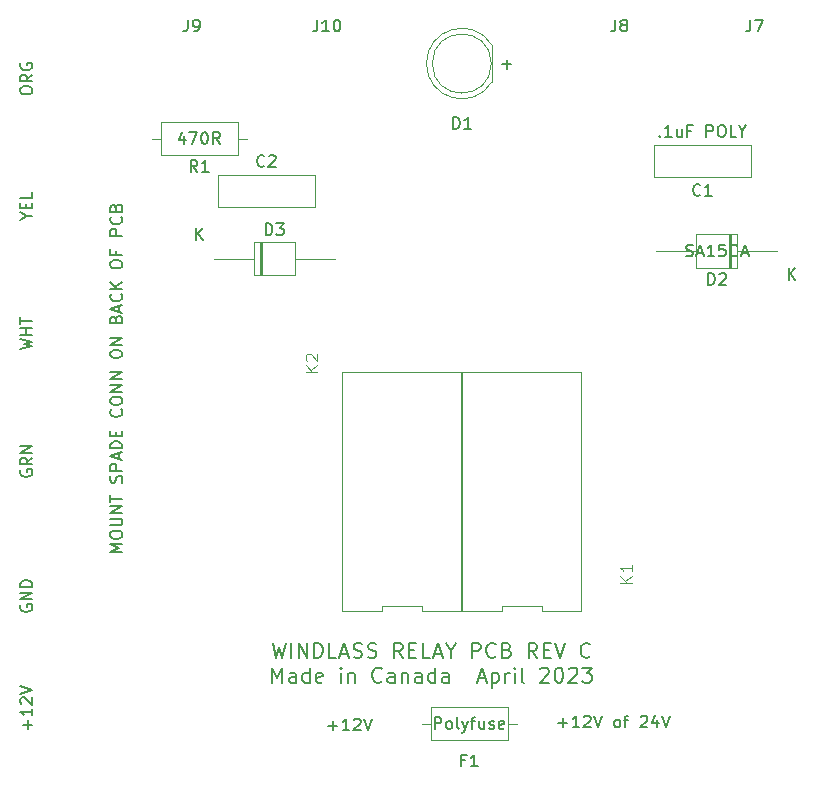
<source format=gbr>
G04 #@! TF.GenerationSoftware,KiCad,Pcbnew,(5.1.9)-1*
G04 #@! TF.CreationDate,2023-04-15T15:35:37-07:00*
G04 #@! TF.ProjectId,RELAYC,52454c41-5943-42e6-9b69-6361645f7063,rev?*
G04 #@! TF.SameCoordinates,Original*
G04 #@! TF.FileFunction,Legend,Top*
G04 #@! TF.FilePolarity,Positive*
%FSLAX46Y46*%
G04 Gerber Fmt 4.6, Leading zero omitted, Abs format (unit mm)*
G04 Created by KiCad (PCBNEW (5.1.9)-1) date 2023-04-15 15:35:37*
%MOMM*%
%LPD*%
G01*
G04 APERTURE LIST*
%ADD10C,0.150000*%
%ADD11C,0.203200*%
%ADD12C,0.177800*%
%ADD13C,0.120000*%
%ADD14C,0.015000*%
G04 APERTURE END LIST*
D10*
X90948095Y-121483428D02*
X91710000Y-121483428D01*
X91329047Y-121864380D02*
X91329047Y-121102476D01*
X92710000Y-121864380D02*
X92138571Y-121864380D01*
X92424285Y-121864380D02*
X92424285Y-120864380D01*
X92329047Y-121007238D01*
X92233809Y-121102476D01*
X92138571Y-121150095D01*
X93090952Y-120959619D02*
X93138571Y-120912000D01*
X93233809Y-120864380D01*
X93471904Y-120864380D01*
X93567142Y-120912000D01*
X93614761Y-120959619D01*
X93662380Y-121054857D01*
X93662380Y-121150095D01*
X93614761Y-121292952D01*
X93043333Y-121864380D01*
X93662380Y-121864380D01*
X93948095Y-120864380D02*
X94281428Y-121864380D01*
X94614761Y-120864380D01*
X110419142Y-121229428D02*
X111181047Y-121229428D01*
X110800095Y-121610380D02*
X110800095Y-120848476D01*
X112181047Y-121610380D02*
X111609619Y-121610380D01*
X111895333Y-121610380D02*
X111895333Y-120610380D01*
X111800095Y-120753238D01*
X111704857Y-120848476D01*
X111609619Y-120896095D01*
X112562000Y-120705619D02*
X112609619Y-120658000D01*
X112704857Y-120610380D01*
X112942952Y-120610380D01*
X113038190Y-120658000D01*
X113085809Y-120705619D01*
X113133428Y-120800857D01*
X113133428Y-120896095D01*
X113085809Y-121038952D01*
X112514380Y-121610380D01*
X113133428Y-121610380D01*
X113419142Y-120610380D02*
X113752476Y-121610380D01*
X114085809Y-120610380D01*
X115323904Y-121610380D02*
X115228666Y-121562761D01*
X115181047Y-121515142D01*
X115133428Y-121419904D01*
X115133428Y-121134190D01*
X115181047Y-121038952D01*
X115228666Y-120991333D01*
X115323904Y-120943714D01*
X115466761Y-120943714D01*
X115562000Y-120991333D01*
X115609619Y-121038952D01*
X115657238Y-121134190D01*
X115657238Y-121419904D01*
X115609619Y-121515142D01*
X115562000Y-121562761D01*
X115466761Y-121610380D01*
X115323904Y-121610380D01*
X115942952Y-120943714D02*
X116323904Y-120943714D01*
X116085809Y-121610380D02*
X116085809Y-120753238D01*
X116133428Y-120658000D01*
X116228666Y-120610380D01*
X116323904Y-120610380D01*
X117371523Y-120705619D02*
X117419142Y-120658000D01*
X117514380Y-120610380D01*
X117752476Y-120610380D01*
X117847714Y-120658000D01*
X117895333Y-120705619D01*
X117942952Y-120800857D01*
X117942952Y-120896095D01*
X117895333Y-121038952D01*
X117323904Y-121610380D01*
X117942952Y-121610380D01*
X118800095Y-120943714D02*
X118800095Y-121610380D01*
X118562000Y-120562761D02*
X118323904Y-121277047D01*
X118942952Y-121277047D01*
X119181047Y-120610380D02*
X119514380Y-121610380D01*
X119847714Y-120610380D01*
X105664047Y-65476428D02*
X106425952Y-65476428D01*
X106045000Y-65857380D02*
X106045000Y-65095476D01*
D11*
X86239047Y-114455423D02*
X86541428Y-115725423D01*
X86783333Y-114818280D01*
X87025238Y-115725423D01*
X87327619Y-114455423D01*
X87811428Y-115725423D02*
X87811428Y-114455423D01*
X88416190Y-115725423D02*
X88416190Y-114455423D01*
X89141904Y-115725423D01*
X89141904Y-114455423D01*
X89746666Y-115725423D02*
X89746666Y-114455423D01*
X90049047Y-114455423D01*
X90230476Y-114515900D01*
X90351428Y-114636852D01*
X90411904Y-114757804D01*
X90472380Y-114999709D01*
X90472380Y-115181138D01*
X90411904Y-115423042D01*
X90351428Y-115543995D01*
X90230476Y-115664947D01*
X90049047Y-115725423D01*
X89746666Y-115725423D01*
X91621428Y-115725423D02*
X91016666Y-115725423D01*
X91016666Y-114455423D01*
X91984285Y-115362566D02*
X92589047Y-115362566D01*
X91863333Y-115725423D02*
X92286666Y-114455423D01*
X92710000Y-115725423D01*
X93072857Y-115664947D02*
X93254285Y-115725423D01*
X93556666Y-115725423D01*
X93677619Y-115664947D01*
X93738095Y-115604471D01*
X93798571Y-115483519D01*
X93798571Y-115362566D01*
X93738095Y-115241614D01*
X93677619Y-115181138D01*
X93556666Y-115120661D01*
X93314761Y-115060185D01*
X93193809Y-114999709D01*
X93133333Y-114939233D01*
X93072857Y-114818280D01*
X93072857Y-114697328D01*
X93133333Y-114576376D01*
X93193809Y-114515900D01*
X93314761Y-114455423D01*
X93617142Y-114455423D01*
X93798571Y-114515900D01*
X94282380Y-115664947D02*
X94463809Y-115725423D01*
X94766190Y-115725423D01*
X94887142Y-115664947D01*
X94947619Y-115604471D01*
X95008095Y-115483519D01*
X95008095Y-115362566D01*
X94947619Y-115241614D01*
X94887142Y-115181138D01*
X94766190Y-115120661D01*
X94524285Y-115060185D01*
X94403333Y-114999709D01*
X94342857Y-114939233D01*
X94282380Y-114818280D01*
X94282380Y-114697328D01*
X94342857Y-114576376D01*
X94403333Y-114515900D01*
X94524285Y-114455423D01*
X94826666Y-114455423D01*
X95008095Y-114515900D01*
X97245714Y-115725423D02*
X96822380Y-115120661D01*
X96520000Y-115725423D02*
X96520000Y-114455423D01*
X97003809Y-114455423D01*
X97124761Y-114515900D01*
X97185238Y-114576376D01*
X97245714Y-114697328D01*
X97245714Y-114878757D01*
X97185238Y-114999709D01*
X97124761Y-115060185D01*
X97003809Y-115120661D01*
X96520000Y-115120661D01*
X97790000Y-115060185D02*
X98213333Y-115060185D01*
X98394761Y-115725423D02*
X97790000Y-115725423D01*
X97790000Y-114455423D01*
X98394761Y-114455423D01*
X99543809Y-115725423D02*
X98939047Y-115725423D01*
X98939047Y-114455423D01*
X99906666Y-115362566D02*
X100511428Y-115362566D01*
X99785714Y-115725423D02*
X100209047Y-114455423D01*
X100632380Y-115725423D01*
X101297619Y-115120661D02*
X101297619Y-115725423D01*
X100874285Y-114455423D02*
X101297619Y-115120661D01*
X101720952Y-114455423D01*
X103111904Y-115725423D02*
X103111904Y-114455423D01*
X103595714Y-114455423D01*
X103716666Y-114515900D01*
X103777142Y-114576376D01*
X103837619Y-114697328D01*
X103837619Y-114878757D01*
X103777142Y-114999709D01*
X103716666Y-115060185D01*
X103595714Y-115120661D01*
X103111904Y-115120661D01*
X105107619Y-115604471D02*
X105047142Y-115664947D01*
X104865714Y-115725423D01*
X104744761Y-115725423D01*
X104563333Y-115664947D01*
X104442380Y-115543995D01*
X104381904Y-115423042D01*
X104321428Y-115181138D01*
X104321428Y-114999709D01*
X104381904Y-114757804D01*
X104442380Y-114636852D01*
X104563333Y-114515900D01*
X104744761Y-114455423D01*
X104865714Y-114455423D01*
X105047142Y-114515900D01*
X105107619Y-114576376D01*
X106075238Y-115060185D02*
X106256666Y-115120661D01*
X106317142Y-115181138D01*
X106377619Y-115302090D01*
X106377619Y-115483519D01*
X106317142Y-115604471D01*
X106256666Y-115664947D01*
X106135714Y-115725423D01*
X105651904Y-115725423D01*
X105651904Y-114455423D01*
X106075238Y-114455423D01*
X106196190Y-114515900D01*
X106256666Y-114576376D01*
X106317142Y-114697328D01*
X106317142Y-114818280D01*
X106256666Y-114939233D01*
X106196190Y-114999709D01*
X106075238Y-115060185D01*
X105651904Y-115060185D01*
X108615238Y-115725423D02*
X108191904Y-115120661D01*
X107889523Y-115725423D02*
X107889523Y-114455423D01*
X108373333Y-114455423D01*
X108494285Y-114515900D01*
X108554761Y-114576376D01*
X108615238Y-114697328D01*
X108615238Y-114878757D01*
X108554761Y-114999709D01*
X108494285Y-115060185D01*
X108373333Y-115120661D01*
X107889523Y-115120661D01*
X109159523Y-115060185D02*
X109582857Y-115060185D01*
X109764285Y-115725423D02*
X109159523Y-115725423D01*
X109159523Y-114455423D01*
X109764285Y-114455423D01*
X110127142Y-114455423D02*
X110550476Y-115725423D01*
X110973809Y-114455423D01*
X113090476Y-115604471D02*
X113030000Y-115664947D01*
X112848571Y-115725423D01*
X112727619Y-115725423D01*
X112546190Y-115664947D01*
X112425238Y-115543995D01*
X112364761Y-115423042D01*
X112304285Y-115181138D01*
X112304285Y-114999709D01*
X112364761Y-114757804D01*
X112425238Y-114636852D01*
X112546190Y-114515900D01*
X112727619Y-114455423D01*
X112848571Y-114455423D01*
X113030000Y-114515900D01*
X113090476Y-114576376D01*
X86208809Y-117833623D02*
X86208809Y-116563623D01*
X86632142Y-117470766D01*
X87055476Y-116563623D01*
X87055476Y-117833623D01*
X88204523Y-117833623D02*
X88204523Y-117168385D01*
X88144047Y-117047433D01*
X88023095Y-116986957D01*
X87781190Y-116986957D01*
X87660238Y-117047433D01*
X88204523Y-117773147D02*
X88083571Y-117833623D01*
X87781190Y-117833623D01*
X87660238Y-117773147D01*
X87599761Y-117652195D01*
X87599761Y-117531242D01*
X87660238Y-117410290D01*
X87781190Y-117349814D01*
X88083571Y-117349814D01*
X88204523Y-117289338D01*
X89353571Y-117833623D02*
X89353571Y-116563623D01*
X89353571Y-117773147D02*
X89232619Y-117833623D01*
X88990714Y-117833623D01*
X88869761Y-117773147D01*
X88809285Y-117712671D01*
X88748809Y-117591719D01*
X88748809Y-117228861D01*
X88809285Y-117107909D01*
X88869761Y-117047433D01*
X88990714Y-116986957D01*
X89232619Y-116986957D01*
X89353571Y-117047433D01*
X90442142Y-117773147D02*
X90321190Y-117833623D01*
X90079285Y-117833623D01*
X89958333Y-117773147D01*
X89897857Y-117652195D01*
X89897857Y-117168385D01*
X89958333Y-117047433D01*
X90079285Y-116986957D01*
X90321190Y-116986957D01*
X90442142Y-117047433D01*
X90502619Y-117168385D01*
X90502619Y-117289338D01*
X89897857Y-117410290D01*
X92014523Y-117833623D02*
X92014523Y-116986957D01*
X92014523Y-116563623D02*
X91954047Y-116624100D01*
X92014523Y-116684576D01*
X92075000Y-116624100D01*
X92014523Y-116563623D01*
X92014523Y-116684576D01*
X92619285Y-116986957D02*
X92619285Y-117833623D01*
X92619285Y-117107909D02*
X92679761Y-117047433D01*
X92800714Y-116986957D01*
X92982142Y-116986957D01*
X93103095Y-117047433D01*
X93163571Y-117168385D01*
X93163571Y-117833623D01*
X95461666Y-117712671D02*
X95401190Y-117773147D01*
X95219761Y-117833623D01*
X95098809Y-117833623D01*
X94917380Y-117773147D01*
X94796428Y-117652195D01*
X94735952Y-117531242D01*
X94675476Y-117289338D01*
X94675476Y-117107909D01*
X94735952Y-116866004D01*
X94796428Y-116745052D01*
X94917380Y-116624100D01*
X95098809Y-116563623D01*
X95219761Y-116563623D01*
X95401190Y-116624100D01*
X95461666Y-116684576D01*
X96550238Y-117833623D02*
X96550238Y-117168385D01*
X96489761Y-117047433D01*
X96368809Y-116986957D01*
X96126904Y-116986957D01*
X96005952Y-117047433D01*
X96550238Y-117773147D02*
X96429285Y-117833623D01*
X96126904Y-117833623D01*
X96005952Y-117773147D01*
X95945476Y-117652195D01*
X95945476Y-117531242D01*
X96005952Y-117410290D01*
X96126904Y-117349814D01*
X96429285Y-117349814D01*
X96550238Y-117289338D01*
X97155000Y-116986957D02*
X97155000Y-117833623D01*
X97155000Y-117107909D02*
X97215476Y-117047433D01*
X97336428Y-116986957D01*
X97517857Y-116986957D01*
X97638809Y-117047433D01*
X97699285Y-117168385D01*
X97699285Y-117833623D01*
X98848333Y-117833623D02*
X98848333Y-117168385D01*
X98787857Y-117047433D01*
X98666904Y-116986957D01*
X98425000Y-116986957D01*
X98304047Y-117047433D01*
X98848333Y-117773147D02*
X98727380Y-117833623D01*
X98425000Y-117833623D01*
X98304047Y-117773147D01*
X98243571Y-117652195D01*
X98243571Y-117531242D01*
X98304047Y-117410290D01*
X98425000Y-117349814D01*
X98727380Y-117349814D01*
X98848333Y-117289338D01*
X99997380Y-117833623D02*
X99997380Y-116563623D01*
X99997380Y-117773147D02*
X99876428Y-117833623D01*
X99634523Y-117833623D01*
X99513571Y-117773147D01*
X99453095Y-117712671D01*
X99392619Y-117591719D01*
X99392619Y-117228861D01*
X99453095Y-117107909D01*
X99513571Y-117047433D01*
X99634523Y-116986957D01*
X99876428Y-116986957D01*
X99997380Y-117047433D01*
X101146428Y-117833623D02*
X101146428Y-117168385D01*
X101085952Y-117047433D01*
X100965000Y-116986957D01*
X100723095Y-116986957D01*
X100602142Y-117047433D01*
X101146428Y-117773147D02*
X101025476Y-117833623D01*
X100723095Y-117833623D01*
X100602142Y-117773147D01*
X100541666Y-117652195D01*
X100541666Y-117531242D01*
X100602142Y-117410290D01*
X100723095Y-117349814D01*
X101025476Y-117349814D01*
X101146428Y-117289338D01*
X103625952Y-117470766D02*
X104230714Y-117470766D01*
X103505000Y-117833623D02*
X103928333Y-116563623D01*
X104351666Y-117833623D01*
X104775000Y-116986957D02*
X104775000Y-118256957D01*
X104775000Y-117047433D02*
X104895952Y-116986957D01*
X105137857Y-116986957D01*
X105258809Y-117047433D01*
X105319285Y-117107909D01*
X105379761Y-117228861D01*
X105379761Y-117591719D01*
X105319285Y-117712671D01*
X105258809Y-117773147D01*
X105137857Y-117833623D01*
X104895952Y-117833623D01*
X104775000Y-117773147D01*
X105924047Y-117833623D02*
X105924047Y-116986957D01*
X105924047Y-117228861D02*
X105984523Y-117107909D01*
X106045000Y-117047433D01*
X106165952Y-116986957D01*
X106286904Y-116986957D01*
X106710238Y-117833623D02*
X106710238Y-116986957D01*
X106710238Y-116563623D02*
X106649761Y-116624100D01*
X106710238Y-116684576D01*
X106770714Y-116624100D01*
X106710238Y-116563623D01*
X106710238Y-116684576D01*
X107496428Y-117833623D02*
X107375476Y-117773147D01*
X107315000Y-117652195D01*
X107315000Y-116563623D01*
X108887380Y-116684576D02*
X108947857Y-116624100D01*
X109068809Y-116563623D01*
X109371190Y-116563623D01*
X109492142Y-116624100D01*
X109552619Y-116684576D01*
X109613095Y-116805528D01*
X109613095Y-116926480D01*
X109552619Y-117107909D01*
X108826904Y-117833623D01*
X109613095Y-117833623D01*
X110399285Y-116563623D02*
X110520238Y-116563623D01*
X110641190Y-116624100D01*
X110701666Y-116684576D01*
X110762142Y-116805528D01*
X110822619Y-117047433D01*
X110822619Y-117349814D01*
X110762142Y-117591719D01*
X110701666Y-117712671D01*
X110641190Y-117773147D01*
X110520238Y-117833623D01*
X110399285Y-117833623D01*
X110278333Y-117773147D01*
X110217857Y-117712671D01*
X110157380Y-117591719D01*
X110096904Y-117349814D01*
X110096904Y-117047433D01*
X110157380Y-116805528D01*
X110217857Y-116684576D01*
X110278333Y-116624100D01*
X110399285Y-116563623D01*
X111306428Y-116684576D02*
X111366904Y-116624100D01*
X111487857Y-116563623D01*
X111790238Y-116563623D01*
X111911190Y-116624100D01*
X111971666Y-116684576D01*
X112032142Y-116805528D01*
X112032142Y-116926480D01*
X111971666Y-117107909D01*
X111245952Y-117833623D01*
X112032142Y-117833623D01*
X112455476Y-116563623D02*
X113241666Y-116563623D01*
X112818333Y-117047433D01*
X112999761Y-117047433D01*
X113120714Y-117107909D01*
X113181190Y-117168385D01*
X113241666Y-117289338D01*
X113241666Y-117591719D01*
X113181190Y-117712671D01*
X113120714Y-117773147D01*
X112999761Y-117833623D01*
X112636904Y-117833623D01*
X112515952Y-117773147D01*
X112455476Y-117712671D01*
D12*
X73484619Y-106734428D02*
X72468619Y-106734428D01*
X73194333Y-106395761D01*
X72468619Y-106057095D01*
X73484619Y-106057095D01*
X72468619Y-105379761D02*
X72468619Y-105186238D01*
X72517000Y-105089476D01*
X72613761Y-104992714D01*
X72807285Y-104944333D01*
X73145952Y-104944333D01*
X73339476Y-104992714D01*
X73436238Y-105089476D01*
X73484619Y-105186238D01*
X73484619Y-105379761D01*
X73436238Y-105476523D01*
X73339476Y-105573285D01*
X73145952Y-105621666D01*
X72807285Y-105621666D01*
X72613761Y-105573285D01*
X72517000Y-105476523D01*
X72468619Y-105379761D01*
X72468619Y-104508904D02*
X73291095Y-104508904D01*
X73387857Y-104460523D01*
X73436238Y-104412142D01*
X73484619Y-104315380D01*
X73484619Y-104121857D01*
X73436238Y-104025095D01*
X73387857Y-103976714D01*
X73291095Y-103928333D01*
X72468619Y-103928333D01*
X73484619Y-103444523D02*
X72468619Y-103444523D01*
X73484619Y-102863952D01*
X72468619Y-102863952D01*
X72468619Y-102525285D02*
X72468619Y-101944714D01*
X73484619Y-102235000D02*
X72468619Y-102235000D01*
X73436238Y-100880333D02*
X73484619Y-100735190D01*
X73484619Y-100493285D01*
X73436238Y-100396523D01*
X73387857Y-100348142D01*
X73291095Y-100299761D01*
X73194333Y-100299761D01*
X73097571Y-100348142D01*
X73049190Y-100396523D01*
X73000809Y-100493285D01*
X72952428Y-100686809D01*
X72904047Y-100783571D01*
X72855666Y-100831952D01*
X72758904Y-100880333D01*
X72662142Y-100880333D01*
X72565380Y-100831952D01*
X72517000Y-100783571D01*
X72468619Y-100686809D01*
X72468619Y-100444904D01*
X72517000Y-100299761D01*
X73484619Y-99864333D02*
X72468619Y-99864333D01*
X72468619Y-99477285D01*
X72517000Y-99380523D01*
X72565380Y-99332142D01*
X72662142Y-99283761D01*
X72807285Y-99283761D01*
X72904047Y-99332142D01*
X72952428Y-99380523D01*
X73000809Y-99477285D01*
X73000809Y-99864333D01*
X73194333Y-98896714D02*
X73194333Y-98412904D01*
X73484619Y-98993476D02*
X72468619Y-98654809D01*
X73484619Y-98316142D01*
X73484619Y-97977476D02*
X72468619Y-97977476D01*
X72468619Y-97735571D01*
X72517000Y-97590428D01*
X72613761Y-97493666D01*
X72710523Y-97445285D01*
X72904047Y-97396904D01*
X73049190Y-97396904D01*
X73242714Y-97445285D01*
X73339476Y-97493666D01*
X73436238Y-97590428D01*
X73484619Y-97735571D01*
X73484619Y-97977476D01*
X72952428Y-96961476D02*
X72952428Y-96622809D01*
X73484619Y-96477666D02*
X73484619Y-96961476D01*
X72468619Y-96961476D01*
X72468619Y-96477666D01*
X73387857Y-94687571D02*
X73436238Y-94735952D01*
X73484619Y-94881095D01*
X73484619Y-94977857D01*
X73436238Y-95123000D01*
X73339476Y-95219761D01*
X73242714Y-95268142D01*
X73049190Y-95316523D01*
X72904047Y-95316523D01*
X72710523Y-95268142D01*
X72613761Y-95219761D01*
X72517000Y-95123000D01*
X72468619Y-94977857D01*
X72468619Y-94881095D01*
X72517000Y-94735952D01*
X72565380Y-94687571D01*
X72468619Y-94058619D02*
X72468619Y-93865095D01*
X72517000Y-93768333D01*
X72613761Y-93671571D01*
X72807285Y-93623190D01*
X73145952Y-93623190D01*
X73339476Y-93671571D01*
X73436238Y-93768333D01*
X73484619Y-93865095D01*
X73484619Y-94058619D01*
X73436238Y-94155380D01*
X73339476Y-94252142D01*
X73145952Y-94300523D01*
X72807285Y-94300523D01*
X72613761Y-94252142D01*
X72517000Y-94155380D01*
X72468619Y-94058619D01*
X73484619Y-93187761D02*
X72468619Y-93187761D01*
X73484619Y-92607190D01*
X72468619Y-92607190D01*
X73484619Y-92123380D02*
X72468619Y-92123380D01*
X73484619Y-91542809D01*
X72468619Y-91542809D01*
X72468619Y-90091380D02*
X72468619Y-89897857D01*
X72517000Y-89801095D01*
X72613761Y-89704333D01*
X72807285Y-89655952D01*
X73145952Y-89655952D01*
X73339476Y-89704333D01*
X73436238Y-89801095D01*
X73484619Y-89897857D01*
X73484619Y-90091380D01*
X73436238Y-90188142D01*
X73339476Y-90284904D01*
X73145952Y-90333285D01*
X72807285Y-90333285D01*
X72613761Y-90284904D01*
X72517000Y-90188142D01*
X72468619Y-90091380D01*
X73484619Y-89220523D02*
X72468619Y-89220523D01*
X73484619Y-88639952D01*
X72468619Y-88639952D01*
X72952428Y-87043380D02*
X73000809Y-86898238D01*
X73049190Y-86849857D01*
X73145952Y-86801476D01*
X73291095Y-86801476D01*
X73387857Y-86849857D01*
X73436238Y-86898238D01*
X73484619Y-86995000D01*
X73484619Y-87382047D01*
X72468619Y-87382047D01*
X72468619Y-87043380D01*
X72517000Y-86946619D01*
X72565380Y-86898238D01*
X72662142Y-86849857D01*
X72758904Y-86849857D01*
X72855666Y-86898238D01*
X72904047Y-86946619D01*
X72952428Y-87043380D01*
X72952428Y-87382047D01*
X73194333Y-86414428D02*
X73194333Y-85930619D01*
X73484619Y-86511190D02*
X72468619Y-86172523D01*
X73484619Y-85833857D01*
X73387857Y-84914619D02*
X73436238Y-84963000D01*
X73484619Y-85108142D01*
X73484619Y-85204904D01*
X73436238Y-85350047D01*
X73339476Y-85446809D01*
X73242714Y-85495190D01*
X73049190Y-85543571D01*
X72904047Y-85543571D01*
X72710523Y-85495190D01*
X72613761Y-85446809D01*
X72517000Y-85350047D01*
X72468619Y-85204904D01*
X72468619Y-85108142D01*
X72517000Y-84963000D01*
X72565380Y-84914619D01*
X73484619Y-84479190D02*
X72468619Y-84479190D01*
X73484619Y-83898619D02*
X72904047Y-84334047D01*
X72468619Y-83898619D02*
X73049190Y-84479190D01*
X72468619Y-82495571D02*
X72468619Y-82302047D01*
X72517000Y-82205285D01*
X72613761Y-82108523D01*
X72807285Y-82060142D01*
X73145952Y-82060142D01*
X73339476Y-82108523D01*
X73436238Y-82205285D01*
X73484619Y-82302047D01*
X73484619Y-82495571D01*
X73436238Y-82592333D01*
X73339476Y-82689095D01*
X73145952Y-82737476D01*
X72807285Y-82737476D01*
X72613761Y-82689095D01*
X72517000Y-82592333D01*
X72468619Y-82495571D01*
X72952428Y-81286047D02*
X72952428Y-81624714D01*
X73484619Y-81624714D02*
X72468619Y-81624714D01*
X72468619Y-81140904D01*
X73484619Y-79979761D02*
X72468619Y-79979761D01*
X72468619Y-79592714D01*
X72517000Y-79495952D01*
X72565380Y-79447571D01*
X72662142Y-79399190D01*
X72807285Y-79399190D01*
X72904047Y-79447571D01*
X72952428Y-79495952D01*
X73000809Y-79592714D01*
X73000809Y-79979761D01*
X73387857Y-78383190D02*
X73436238Y-78431571D01*
X73484619Y-78576714D01*
X73484619Y-78673476D01*
X73436238Y-78818619D01*
X73339476Y-78915380D01*
X73242714Y-78963761D01*
X73049190Y-79012142D01*
X72904047Y-79012142D01*
X72710523Y-78963761D01*
X72613761Y-78915380D01*
X72517000Y-78818619D01*
X72468619Y-78673476D01*
X72468619Y-78576714D01*
X72517000Y-78431571D01*
X72565380Y-78383190D01*
X72952428Y-77609095D02*
X73000809Y-77463952D01*
X73049190Y-77415571D01*
X73145952Y-77367190D01*
X73291095Y-77367190D01*
X73387857Y-77415571D01*
X73436238Y-77463952D01*
X73484619Y-77560714D01*
X73484619Y-77947761D01*
X72468619Y-77947761D01*
X72468619Y-77609095D01*
X72517000Y-77512333D01*
X72565380Y-77463952D01*
X72662142Y-77415571D01*
X72758904Y-77415571D01*
X72855666Y-77463952D01*
X72904047Y-77512333D01*
X72952428Y-77609095D01*
X72952428Y-77947761D01*
D13*
X85120000Y-80495000D02*
X85120000Y-83335000D01*
X85360000Y-80495000D02*
X85360000Y-83335000D01*
X85240000Y-80495000D02*
X85240000Y-83335000D01*
X91470000Y-81915000D02*
X88080000Y-81915000D01*
X81250000Y-81915000D02*
X84640000Y-81915000D01*
X88080000Y-80495000D02*
X84640000Y-80495000D01*
X88080000Y-83335000D02*
X88080000Y-80495000D01*
X84640000Y-83335000D02*
X88080000Y-83335000D01*
X84640000Y-80495000D02*
X84640000Y-83335000D01*
X89805000Y-74830000D02*
X89805000Y-77570000D01*
X81565000Y-74830000D02*
X81565000Y-77570000D01*
X81565000Y-77570000D02*
X89805000Y-77570000D01*
X81565000Y-74830000D02*
X89805000Y-74830000D01*
X83280000Y-73125000D02*
X83280000Y-70385000D01*
X83280000Y-70385000D02*
X76740000Y-70385000D01*
X76740000Y-70385000D02*
X76740000Y-73125000D01*
X76740000Y-73125000D02*
X83280000Y-73125000D01*
X84050000Y-71755000D02*
X83280000Y-71755000D01*
X75970000Y-71755000D02*
X76740000Y-71755000D01*
X99600000Y-119915000D02*
X99600000Y-122655000D01*
X99600000Y-122655000D02*
X106140000Y-122655000D01*
X106140000Y-122655000D02*
X106140000Y-119915000D01*
X106140000Y-119915000D02*
X99600000Y-119915000D01*
X98830000Y-121285000D02*
X99600000Y-121285000D01*
X106910000Y-121285000D02*
X106140000Y-121285000D01*
X125545000Y-82700000D02*
X125545000Y-79860000D01*
X125545000Y-79860000D02*
X122105000Y-79860000D01*
X122105000Y-79860000D02*
X122105000Y-82700000D01*
X122105000Y-82700000D02*
X125545000Y-82700000D01*
X128935000Y-81280000D02*
X125545000Y-81280000D01*
X118715000Y-81280000D02*
X122105000Y-81280000D01*
X124945000Y-82700000D02*
X124945000Y-79860000D01*
X124825000Y-82700000D02*
X124825000Y-79860000D01*
X125065000Y-82700000D02*
X125065000Y-79860000D01*
X104735000Y-65405000D02*
G75*
G03*
X104735000Y-65405000I-2500000J0D01*
G01*
X104795000Y-66950000D02*
X104795000Y-63860000D01*
X99245000Y-65404538D02*
G75*
G03*
X104795000Y-66949830I2990000J-462D01*
G01*
X99245000Y-65405462D02*
G75*
G02*
X104795000Y-63860170I2990000J462D01*
G01*
X126715000Y-75030000D02*
X118475000Y-75030000D01*
X126715000Y-72290000D02*
X118475000Y-72290000D01*
X126715000Y-75030000D02*
X126715000Y-72290000D01*
X118475000Y-75030000D02*
X118475000Y-72290000D01*
X108994999Y-111720000D02*
X112354999Y-111720000D01*
X108994999Y-111360000D02*
X108994999Y-111720000D01*
X105635000Y-111360000D02*
X108994999Y-111360000D01*
X105635000Y-111720000D02*
X105635000Y-111360000D01*
X102275000Y-111720000D02*
X105635000Y-111720000D01*
X102275001Y-91480000D02*
X102275000Y-111720000D01*
X112355000Y-91480000D02*
X102275001Y-91480000D01*
X112354999Y-111720000D02*
X112355000Y-91480000D01*
X102194999Y-111720000D02*
X102195000Y-91480000D01*
X102195000Y-91480000D02*
X92115001Y-91480000D01*
X92115001Y-91480000D02*
X92115000Y-111720000D01*
X92115000Y-111720000D02*
X95475000Y-111720000D01*
X95475000Y-111720000D02*
X95475000Y-111360000D01*
X95475000Y-111360000D02*
X98834999Y-111360000D01*
X98834999Y-111360000D02*
X98834999Y-111720000D01*
X98834999Y-111720000D02*
X102194999Y-111720000D01*
D10*
X126666666Y-61682380D02*
X126666666Y-62396666D01*
X126619047Y-62539523D01*
X126523809Y-62634761D01*
X126380952Y-62682380D01*
X126285714Y-62682380D01*
X127047619Y-61682380D02*
X127714285Y-61682380D01*
X127285714Y-62682380D01*
X115236666Y-61682380D02*
X115236666Y-62396666D01*
X115189047Y-62539523D01*
X115093809Y-62634761D01*
X114950952Y-62682380D01*
X114855714Y-62682380D01*
X115855714Y-62110952D02*
X115760476Y-62063333D01*
X115712857Y-62015714D01*
X115665238Y-61920476D01*
X115665238Y-61872857D01*
X115712857Y-61777619D01*
X115760476Y-61730000D01*
X115855714Y-61682380D01*
X116046190Y-61682380D01*
X116141428Y-61730000D01*
X116189047Y-61777619D01*
X116236666Y-61872857D01*
X116236666Y-61920476D01*
X116189047Y-62015714D01*
X116141428Y-62063333D01*
X116046190Y-62110952D01*
X115855714Y-62110952D01*
X115760476Y-62158571D01*
X115712857Y-62206190D01*
X115665238Y-62301428D01*
X115665238Y-62491904D01*
X115712857Y-62587142D01*
X115760476Y-62634761D01*
X115855714Y-62682380D01*
X116046190Y-62682380D01*
X116141428Y-62634761D01*
X116189047Y-62587142D01*
X116236666Y-62491904D01*
X116236666Y-62301428D01*
X116189047Y-62206190D01*
X116141428Y-62158571D01*
X116046190Y-62110952D01*
X89995476Y-61682380D02*
X89995476Y-62396666D01*
X89947857Y-62539523D01*
X89852619Y-62634761D01*
X89709761Y-62682380D01*
X89614523Y-62682380D01*
X90995476Y-62682380D02*
X90424047Y-62682380D01*
X90709761Y-62682380D02*
X90709761Y-61682380D01*
X90614523Y-61825238D01*
X90519285Y-61920476D01*
X90424047Y-61968095D01*
X91614523Y-61682380D02*
X91709761Y-61682380D01*
X91805000Y-61730000D01*
X91852619Y-61777619D01*
X91900238Y-61872857D01*
X91947857Y-62063333D01*
X91947857Y-62301428D01*
X91900238Y-62491904D01*
X91852619Y-62587142D01*
X91805000Y-62634761D01*
X91709761Y-62682380D01*
X91614523Y-62682380D01*
X91519285Y-62634761D01*
X91471666Y-62587142D01*
X91424047Y-62491904D01*
X91376428Y-62301428D01*
X91376428Y-62063333D01*
X91424047Y-61872857D01*
X91471666Y-61777619D01*
X91519285Y-61730000D01*
X91614523Y-61682380D01*
X79041666Y-61682380D02*
X79041666Y-62396666D01*
X78994047Y-62539523D01*
X78898809Y-62634761D01*
X78755952Y-62682380D01*
X78660714Y-62682380D01*
X79565476Y-62682380D02*
X79755952Y-62682380D01*
X79851190Y-62634761D01*
X79898809Y-62587142D01*
X79994047Y-62444285D01*
X80041666Y-62253809D01*
X80041666Y-61872857D01*
X79994047Y-61777619D01*
X79946428Y-61730000D01*
X79851190Y-61682380D01*
X79660714Y-61682380D01*
X79565476Y-61730000D01*
X79517857Y-61777619D01*
X79470238Y-61872857D01*
X79470238Y-62110952D01*
X79517857Y-62206190D01*
X79565476Y-62253809D01*
X79660714Y-62301428D01*
X79851190Y-62301428D01*
X79946428Y-62253809D01*
X79994047Y-62206190D01*
X80041666Y-62110952D01*
X65476428Y-121776904D02*
X65476428Y-121015000D01*
X65857380Y-121395952D02*
X65095476Y-121395952D01*
X65857380Y-120015000D02*
X65857380Y-120586428D01*
X65857380Y-120300714D02*
X64857380Y-120300714D01*
X65000238Y-120395952D01*
X65095476Y-120491190D01*
X65143095Y-120586428D01*
X64952619Y-119634047D02*
X64905000Y-119586428D01*
X64857380Y-119491190D01*
X64857380Y-119253095D01*
X64905000Y-119157857D01*
X64952619Y-119110238D01*
X65047857Y-119062619D01*
X65143095Y-119062619D01*
X65285952Y-119110238D01*
X65857380Y-119681666D01*
X65857380Y-119062619D01*
X64857380Y-118776904D02*
X65857380Y-118443571D01*
X64857380Y-118110238D01*
X64905000Y-111251904D02*
X64857380Y-111347142D01*
X64857380Y-111490000D01*
X64905000Y-111632857D01*
X65000238Y-111728095D01*
X65095476Y-111775714D01*
X65285952Y-111823333D01*
X65428809Y-111823333D01*
X65619285Y-111775714D01*
X65714523Y-111728095D01*
X65809761Y-111632857D01*
X65857380Y-111490000D01*
X65857380Y-111394761D01*
X65809761Y-111251904D01*
X65762142Y-111204285D01*
X65428809Y-111204285D01*
X65428809Y-111394761D01*
X65857380Y-110775714D02*
X64857380Y-110775714D01*
X65857380Y-110204285D01*
X64857380Y-110204285D01*
X65857380Y-109728095D02*
X64857380Y-109728095D01*
X64857380Y-109490000D01*
X64905000Y-109347142D01*
X65000238Y-109251904D01*
X65095476Y-109204285D01*
X65285952Y-109156666D01*
X65428809Y-109156666D01*
X65619285Y-109204285D01*
X65714523Y-109251904D01*
X65809761Y-109347142D01*
X65857380Y-109490000D01*
X65857380Y-109728095D01*
X64905000Y-99821904D02*
X64857380Y-99917142D01*
X64857380Y-100060000D01*
X64905000Y-100202857D01*
X65000238Y-100298095D01*
X65095476Y-100345714D01*
X65285952Y-100393333D01*
X65428809Y-100393333D01*
X65619285Y-100345714D01*
X65714523Y-100298095D01*
X65809761Y-100202857D01*
X65857380Y-100060000D01*
X65857380Y-99964761D01*
X65809761Y-99821904D01*
X65762142Y-99774285D01*
X65428809Y-99774285D01*
X65428809Y-99964761D01*
X65857380Y-98774285D02*
X65381190Y-99107619D01*
X65857380Y-99345714D02*
X64857380Y-99345714D01*
X64857380Y-98964761D01*
X64905000Y-98869523D01*
X64952619Y-98821904D01*
X65047857Y-98774285D01*
X65190714Y-98774285D01*
X65285952Y-98821904D01*
X65333571Y-98869523D01*
X65381190Y-98964761D01*
X65381190Y-99345714D01*
X65857380Y-98345714D02*
X64857380Y-98345714D01*
X65857380Y-97774285D01*
X64857380Y-97774285D01*
X64857380Y-89598333D02*
X65857380Y-89360238D01*
X65143095Y-89169761D01*
X65857380Y-88979285D01*
X64857380Y-88741190D01*
X65857380Y-88360238D02*
X64857380Y-88360238D01*
X65333571Y-88360238D02*
X65333571Y-87788809D01*
X65857380Y-87788809D02*
X64857380Y-87788809D01*
X64857380Y-87455476D02*
X64857380Y-86884047D01*
X65857380Y-87169761D02*
X64857380Y-87169761D01*
X65381190Y-78327142D02*
X65857380Y-78327142D01*
X64857380Y-78660476D02*
X65381190Y-78327142D01*
X64857380Y-77993809D01*
X65333571Y-77660476D02*
X65333571Y-77327142D01*
X65857380Y-77184285D02*
X65857380Y-77660476D01*
X64857380Y-77660476D01*
X64857380Y-77184285D01*
X65857380Y-76279523D02*
X65857380Y-76755714D01*
X64857380Y-76755714D01*
X64857380Y-67770238D02*
X64857380Y-67579761D01*
X64905000Y-67484523D01*
X65000238Y-67389285D01*
X65190714Y-67341666D01*
X65524047Y-67341666D01*
X65714523Y-67389285D01*
X65809761Y-67484523D01*
X65857380Y-67579761D01*
X65857380Y-67770238D01*
X65809761Y-67865476D01*
X65714523Y-67960714D01*
X65524047Y-68008333D01*
X65190714Y-68008333D01*
X65000238Y-67960714D01*
X64905000Y-67865476D01*
X64857380Y-67770238D01*
X65857380Y-66341666D02*
X65381190Y-66675000D01*
X65857380Y-66913095D02*
X64857380Y-66913095D01*
X64857380Y-66532142D01*
X64905000Y-66436904D01*
X64952619Y-66389285D01*
X65047857Y-66341666D01*
X65190714Y-66341666D01*
X65285952Y-66389285D01*
X65333571Y-66436904D01*
X65381190Y-66532142D01*
X65381190Y-66913095D01*
X64905000Y-65389285D02*
X64857380Y-65484523D01*
X64857380Y-65627380D01*
X64905000Y-65770238D01*
X65000238Y-65865476D01*
X65095476Y-65913095D01*
X65285952Y-65960714D01*
X65428809Y-65960714D01*
X65619285Y-65913095D01*
X65714523Y-65865476D01*
X65809761Y-65770238D01*
X65857380Y-65627380D01*
X65857380Y-65532142D01*
X65809761Y-65389285D01*
X65762142Y-65341666D01*
X65428809Y-65341666D01*
X65428809Y-65532142D01*
D14*
X90004854Y-91505596D02*
X89004547Y-91505596D01*
X90004854Y-90933992D02*
X89433250Y-91362695D01*
X89004547Y-90933992D02*
X89576151Y-91505596D01*
X89099815Y-90552923D02*
X89052181Y-90505289D01*
X89004547Y-90410022D01*
X89004547Y-90171854D01*
X89052181Y-90076586D01*
X89099815Y-90028953D01*
X89195082Y-89981319D01*
X89290349Y-89981319D01*
X89433250Y-90028953D01*
X90004854Y-90600557D01*
X90004854Y-89981319D01*
D10*
X85621904Y-79947380D02*
X85621904Y-78947380D01*
X85860000Y-78947380D01*
X86002857Y-78995000D01*
X86098095Y-79090238D01*
X86145714Y-79185476D01*
X86193333Y-79375952D01*
X86193333Y-79518809D01*
X86145714Y-79709285D01*
X86098095Y-79804523D01*
X86002857Y-79899761D01*
X85860000Y-79947380D01*
X85621904Y-79947380D01*
X86526666Y-78947380D02*
X87145714Y-78947380D01*
X86812380Y-79328333D01*
X86955238Y-79328333D01*
X87050476Y-79375952D01*
X87098095Y-79423571D01*
X87145714Y-79518809D01*
X87145714Y-79756904D01*
X87098095Y-79852142D01*
X87050476Y-79899761D01*
X86955238Y-79947380D01*
X86669523Y-79947380D01*
X86574285Y-79899761D01*
X86526666Y-79852142D01*
X79748095Y-80367380D02*
X79748095Y-79367380D01*
X80319523Y-80367380D02*
X79890952Y-79795952D01*
X80319523Y-79367380D02*
X79748095Y-79938809D01*
X85518333Y-74057142D02*
X85470714Y-74104761D01*
X85327857Y-74152380D01*
X85232619Y-74152380D01*
X85089761Y-74104761D01*
X84994523Y-74009523D01*
X84946904Y-73914285D01*
X84899285Y-73723809D01*
X84899285Y-73580952D01*
X84946904Y-73390476D01*
X84994523Y-73295238D01*
X85089761Y-73200000D01*
X85232619Y-73152380D01*
X85327857Y-73152380D01*
X85470714Y-73200000D01*
X85518333Y-73247619D01*
X85899285Y-73247619D02*
X85946904Y-73200000D01*
X86042142Y-73152380D01*
X86280238Y-73152380D01*
X86375476Y-73200000D01*
X86423095Y-73247619D01*
X86470714Y-73342857D01*
X86470714Y-73438095D01*
X86423095Y-73580952D01*
X85851666Y-74152380D01*
X86470714Y-74152380D01*
D14*
X116640184Y-109361046D02*
X115639877Y-109361046D01*
X116640184Y-108789442D02*
X116068580Y-109218145D01*
X115639877Y-108789442D02*
X116211481Y-109361046D01*
X116640184Y-107836769D02*
X116640184Y-108408373D01*
X116640184Y-108122571D02*
X115639877Y-108122571D01*
X115782778Y-108217838D01*
X115878046Y-108313106D01*
X115925679Y-108408373D01*
D10*
X79843333Y-74577380D02*
X79510000Y-74101190D01*
X79271904Y-74577380D02*
X79271904Y-73577380D01*
X79652857Y-73577380D01*
X79748095Y-73625000D01*
X79795714Y-73672619D01*
X79843333Y-73767857D01*
X79843333Y-73910714D01*
X79795714Y-74005952D01*
X79748095Y-74053571D01*
X79652857Y-74101190D01*
X79271904Y-74101190D01*
X80795714Y-74577380D02*
X80224285Y-74577380D01*
X80510000Y-74577380D02*
X80510000Y-73577380D01*
X80414761Y-73720238D01*
X80319523Y-73815476D01*
X80224285Y-73863095D01*
X78748095Y-71540714D02*
X78748095Y-72207380D01*
X78510000Y-71159761D02*
X78271904Y-71874047D01*
X78890952Y-71874047D01*
X79176666Y-71207380D02*
X79843333Y-71207380D01*
X79414761Y-72207380D01*
X80414761Y-71207380D02*
X80510000Y-71207380D01*
X80605238Y-71255000D01*
X80652857Y-71302619D01*
X80700476Y-71397857D01*
X80748095Y-71588333D01*
X80748095Y-71826428D01*
X80700476Y-72016904D01*
X80652857Y-72112142D01*
X80605238Y-72159761D01*
X80510000Y-72207380D01*
X80414761Y-72207380D01*
X80319523Y-72159761D01*
X80271904Y-72112142D01*
X80224285Y-72016904D01*
X80176666Y-71826428D01*
X80176666Y-71588333D01*
X80224285Y-71397857D01*
X80271904Y-71302619D01*
X80319523Y-71255000D01*
X80414761Y-71207380D01*
X81748095Y-72207380D02*
X81414761Y-71731190D01*
X81176666Y-72207380D02*
X81176666Y-71207380D01*
X81557619Y-71207380D01*
X81652857Y-71255000D01*
X81700476Y-71302619D01*
X81748095Y-71397857D01*
X81748095Y-71540714D01*
X81700476Y-71635952D01*
X81652857Y-71683571D01*
X81557619Y-71731190D01*
X81176666Y-71731190D01*
X102536666Y-124388571D02*
X102203333Y-124388571D01*
X102203333Y-124912380D02*
X102203333Y-123912380D01*
X102679523Y-123912380D01*
X103584285Y-124912380D02*
X103012857Y-124912380D01*
X103298571Y-124912380D02*
X103298571Y-123912380D01*
X103203333Y-124055238D01*
X103108095Y-124150476D01*
X103012857Y-124198095D01*
X99941428Y-121737380D02*
X99941428Y-120737380D01*
X100322380Y-120737380D01*
X100417619Y-120785000D01*
X100465238Y-120832619D01*
X100512857Y-120927857D01*
X100512857Y-121070714D01*
X100465238Y-121165952D01*
X100417619Y-121213571D01*
X100322380Y-121261190D01*
X99941428Y-121261190D01*
X101084285Y-121737380D02*
X100989047Y-121689761D01*
X100941428Y-121642142D01*
X100893809Y-121546904D01*
X100893809Y-121261190D01*
X100941428Y-121165952D01*
X100989047Y-121118333D01*
X101084285Y-121070714D01*
X101227142Y-121070714D01*
X101322380Y-121118333D01*
X101370000Y-121165952D01*
X101417619Y-121261190D01*
X101417619Y-121546904D01*
X101370000Y-121642142D01*
X101322380Y-121689761D01*
X101227142Y-121737380D01*
X101084285Y-121737380D01*
X101989047Y-121737380D02*
X101893809Y-121689761D01*
X101846190Y-121594523D01*
X101846190Y-120737380D01*
X102274761Y-121070714D02*
X102512857Y-121737380D01*
X102750952Y-121070714D02*
X102512857Y-121737380D01*
X102417619Y-121975476D01*
X102370000Y-122023095D01*
X102274761Y-122070714D01*
X102989047Y-121070714D02*
X103370000Y-121070714D01*
X103131904Y-121737380D02*
X103131904Y-120880238D01*
X103179523Y-120785000D01*
X103274761Y-120737380D01*
X103370000Y-120737380D01*
X104131904Y-121070714D02*
X104131904Y-121737380D01*
X103703333Y-121070714D02*
X103703333Y-121594523D01*
X103750952Y-121689761D01*
X103846190Y-121737380D01*
X103989047Y-121737380D01*
X104084285Y-121689761D01*
X104131904Y-121642142D01*
X104560476Y-121689761D02*
X104655714Y-121737380D01*
X104846190Y-121737380D01*
X104941428Y-121689761D01*
X104989047Y-121594523D01*
X104989047Y-121546904D01*
X104941428Y-121451666D01*
X104846190Y-121404047D01*
X104703333Y-121404047D01*
X104608095Y-121356428D01*
X104560476Y-121261190D01*
X104560476Y-121213571D01*
X104608095Y-121118333D01*
X104703333Y-121070714D01*
X104846190Y-121070714D01*
X104941428Y-121118333D01*
X105798571Y-121689761D02*
X105703333Y-121737380D01*
X105512857Y-121737380D01*
X105417619Y-121689761D01*
X105370000Y-121594523D01*
X105370000Y-121213571D01*
X105417619Y-121118333D01*
X105512857Y-121070714D01*
X105703333Y-121070714D01*
X105798571Y-121118333D01*
X105846190Y-121213571D01*
X105846190Y-121308809D01*
X105370000Y-121404047D01*
X123086904Y-84152380D02*
X123086904Y-83152380D01*
X123325000Y-83152380D01*
X123467857Y-83200000D01*
X123563095Y-83295238D01*
X123610714Y-83390476D01*
X123658333Y-83580952D01*
X123658333Y-83723809D01*
X123610714Y-83914285D01*
X123563095Y-84009523D01*
X123467857Y-84104761D01*
X123325000Y-84152380D01*
X123086904Y-84152380D01*
X124039285Y-83247619D02*
X124086904Y-83200000D01*
X124182142Y-83152380D01*
X124420238Y-83152380D01*
X124515476Y-83200000D01*
X124563095Y-83247619D01*
X124610714Y-83342857D01*
X124610714Y-83438095D01*
X124563095Y-83580952D01*
X123991666Y-84152380D01*
X124610714Y-84152380D01*
X121229761Y-81684761D02*
X121372619Y-81732380D01*
X121610714Y-81732380D01*
X121705952Y-81684761D01*
X121753571Y-81637142D01*
X121801190Y-81541904D01*
X121801190Y-81446666D01*
X121753571Y-81351428D01*
X121705952Y-81303809D01*
X121610714Y-81256190D01*
X121420238Y-81208571D01*
X121325000Y-81160952D01*
X121277380Y-81113333D01*
X121229761Y-81018095D01*
X121229761Y-80922857D01*
X121277380Y-80827619D01*
X121325000Y-80780000D01*
X121420238Y-80732380D01*
X121658333Y-80732380D01*
X121801190Y-80780000D01*
X122182142Y-81446666D02*
X122658333Y-81446666D01*
X122086904Y-81732380D02*
X122420238Y-80732380D01*
X122753571Y-81732380D01*
X123610714Y-81732380D02*
X123039285Y-81732380D01*
X123325000Y-81732380D02*
X123325000Y-80732380D01*
X123229761Y-80875238D01*
X123134523Y-80970476D01*
X123039285Y-81018095D01*
X124515476Y-80732380D02*
X124039285Y-80732380D01*
X123991666Y-81208571D01*
X124039285Y-81160952D01*
X124134523Y-81113333D01*
X124372619Y-81113333D01*
X124467857Y-81160952D01*
X124515476Y-81208571D01*
X124563095Y-81303809D01*
X124563095Y-81541904D01*
X124515476Y-81637142D01*
X124467857Y-81684761D01*
X124372619Y-81732380D01*
X124134523Y-81732380D01*
X124039285Y-81684761D01*
X123991666Y-81637142D01*
X125563095Y-81637142D02*
X125515476Y-81684761D01*
X125372619Y-81732380D01*
X125277380Y-81732380D01*
X125134523Y-81684761D01*
X125039285Y-81589523D01*
X124991666Y-81494285D01*
X124944047Y-81303809D01*
X124944047Y-81160952D01*
X124991666Y-80970476D01*
X125039285Y-80875238D01*
X125134523Y-80780000D01*
X125277380Y-80732380D01*
X125372619Y-80732380D01*
X125515476Y-80780000D01*
X125563095Y-80827619D01*
X125944047Y-81446666D02*
X126420238Y-81446666D01*
X125848809Y-81732380D02*
X126182142Y-80732380D01*
X126515476Y-81732380D01*
X129913095Y-83732380D02*
X129913095Y-82732380D01*
X130484523Y-83732380D02*
X130055952Y-83160952D01*
X130484523Y-82732380D02*
X129913095Y-83303809D01*
X101496904Y-70937380D02*
X101496904Y-69937380D01*
X101735000Y-69937380D01*
X101877857Y-69985000D01*
X101973095Y-70080238D01*
X102020714Y-70175476D01*
X102068333Y-70365952D01*
X102068333Y-70508809D01*
X102020714Y-70699285D01*
X101973095Y-70794523D01*
X101877857Y-70889761D01*
X101735000Y-70937380D01*
X101496904Y-70937380D01*
X103020714Y-70937380D02*
X102449285Y-70937380D01*
X102735000Y-70937380D02*
X102735000Y-69937380D01*
X102639761Y-70080238D01*
X102544523Y-70175476D01*
X102449285Y-70223095D01*
X122428333Y-76517142D02*
X122380714Y-76564761D01*
X122237857Y-76612380D01*
X122142619Y-76612380D01*
X121999761Y-76564761D01*
X121904523Y-76469523D01*
X121856904Y-76374285D01*
X121809285Y-76183809D01*
X121809285Y-76040952D01*
X121856904Y-75850476D01*
X121904523Y-75755238D01*
X121999761Y-75660000D01*
X122142619Y-75612380D01*
X122237857Y-75612380D01*
X122380714Y-75660000D01*
X122428333Y-75707619D01*
X123380714Y-76612380D02*
X122809285Y-76612380D01*
X123095000Y-76612380D02*
X123095000Y-75612380D01*
X122999761Y-75755238D01*
X122904523Y-75850476D01*
X122809285Y-75898095D01*
X118999761Y-71517142D02*
X119047380Y-71564761D01*
X118999761Y-71612380D01*
X118952142Y-71564761D01*
X118999761Y-71517142D01*
X118999761Y-71612380D01*
X119999761Y-71612380D02*
X119428333Y-71612380D01*
X119714047Y-71612380D02*
X119714047Y-70612380D01*
X119618809Y-70755238D01*
X119523571Y-70850476D01*
X119428333Y-70898095D01*
X120856904Y-70945714D02*
X120856904Y-71612380D01*
X120428333Y-70945714D02*
X120428333Y-71469523D01*
X120475952Y-71564761D01*
X120571190Y-71612380D01*
X120714047Y-71612380D01*
X120809285Y-71564761D01*
X120856904Y-71517142D01*
X121666428Y-71088571D02*
X121333095Y-71088571D01*
X121333095Y-71612380D02*
X121333095Y-70612380D01*
X121809285Y-70612380D01*
X122952142Y-71612380D02*
X122952142Y-70612380D01*
X123333095Y-70612380D01*
X123428333Y-70660000D01*
X123475952Y-70707619D01*
X123523571Y-70802857D01*
X123523571Y-70945714D01*
X123475952Y-71040952D01*
X123428333Y-71088571D01*
X123333095Y-71136190D01*
X122952142Y-71136190D01*
X124142619Y-70612380D02*
X124333095Y-70612380D01*
X124428333Y-70660000D01*
X124523571Y-70755238D01*
X124571190Y-70945714D01*
X124571190Y-71279047D01*
X124523571Y-71469523D01*
X124428333Y-71564761D01*
X124333095Y-71612380D01*
X124142619Y-71612380D01*
X124047380Y-71564761D01*
X123952142Y-71469523D01*
X123904523Y-71279047D01*
X123904523Y-70945714D01*
X123952142Y-70755238D01*
X124047380Y-70660000D01*
X124142619Y-70612380D01*
X125475952Y-71612380D02*
X124999761Y-71612380D01*
X124999761Y-70612380D01*
X125999761Y-71136190D02*
X125999761Y-71612380D01*
X125666428Y-70612380D02*
X125999761Y-71136190D01*
X126333095Y-70612380D01*
M02*

</source>
